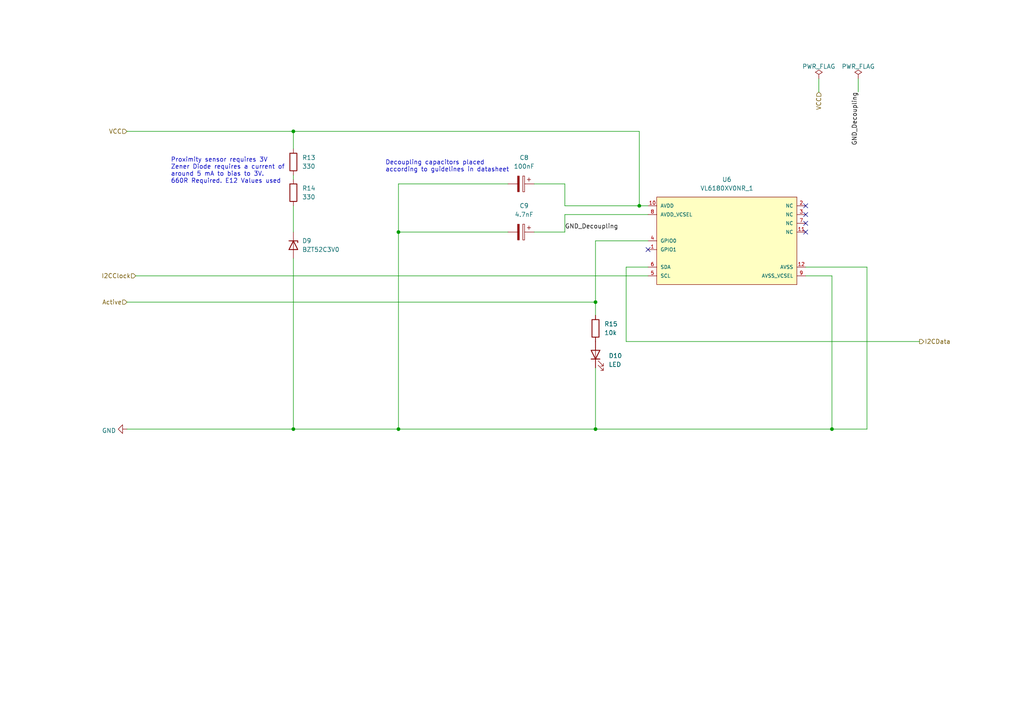
<source format=kicad_sch>
(kicad_sch (version 20211123) (generator eeschema)
  (paper "A4")
  (title_block (title "Proximity Sensor") (date "2022-03-09") (rev "v1.0") (company "University of Cape Town") (comment 4 "Author: Kelvin Yankey"))
  (lib_symbols
    (symbol "Device:C_Polarized" (pin_numbers hide) (pin_names (offset 0.254))
      (property "Reference" "C" (at 0.635 2.54 0))
      (property "Value" "C_Polarized" (at 0.635 -2.54 0))
      (symbol "C_Polarized_0_1"
        (rectangle (start -2.286 0.508) (end 2.286 1.016))
        (polyline (pts (xy -1.778 2.286) (xy -0.762 2.286)))
        (polyline (pts (xy -1.27 2.794) (xy -1.27 1.778)))
        (rectangle (start 2.286 -0.508) (end -2.286 -1.016) (fill (type outline)))
      )
      (symbol "C_Polarized_1_1"
        (pin passive line (at 0 3.81 270) (length 2.794) (name "~") (number "1"))
        (pin passive line (at 0 -3.81 90) (length 2.794) (name "~") (number "2"))
      )
    )
    (symbol "Device:LED" (pin_numbers hide) (pin_names (offset 1.016) hide)
      (property "Reference" "D" (at 0 2.54 0))
      (property "Value" "LED" (at 0 -2.54 0))
      (symbol "LED_0_1"
        (polyline (pts (xy -1.27 -1.27) (xy -1.27 1.27)) (stroke (width 0.254)))
        (polyline (pts (xy -1.27 0) (xy 1.27 0)))
        (polyline (pts (xy 1.27 -1.27) (xy 1.27 1.27) (xy -1.27 0) (xy 1.27 -1.27)) (stroke (width 0.254)))
        (polyline (pts (xy -3.048 -0.762) (xy -4.572 -2.286) (xy -3.81 -2.286) (xy -4.572 -2.286) (xy -4.572 -1.524)))
        (polyline (pts (xy -1.778 -0.762) (xy -3.302 -2.286) (xy -2.54 -2.286) (xy -3.302 -2.286) (xy -3.302 -1.524)))
      )
      (symbol "LED_1_1"
        (pin passive line (at -3.81 0 0) (length 2.54) (name "K") (number "1"))
        (pin passive line (at 3.81 0 180) (length 2.54) (name "A") (number "2"))
      )
    )
    (symbol "Device:R" (pin_numbers hide) (pin_names (offset 0))
      (property "Reference" "R" (at 2.032 0 90))
      (property "Value" "R" (at 0 0 90))
      (symbol "R_0_1"
        (rectangle (start -1.016 -2.54) (end 1.016 2.54) (stroke (width 0.254)))
      )
      (symbol "R_1_1"
        (pin passive line (at 0 3.81 270) (length 1.27) (name "~") (number "1"))
        (pin passive line (at 0 -3.81 90) (length 1.27) (name "~") (number "2"))
      )
    )
    (symbol "Diode:BZT52Bxx" (pin_numbers hide) (pin_names (offset 1.016) hide)
      (property "Reference" "D" (at 0 2.54 0))
      (property "Value" "BZT52Bxx" (at 0 -2.54 0))
      (symbol "BZT52Bxx_0_1"
        (polyline (pts (xy 1.27 0) (xy -1.27 0)))
        (polyline (pts (xy -1.27 -1.27) (xy -1.27 1.27) (xy -0.762 1.27)) (stroke (width 0.254)))
        (polyline (pts (xy 1.27 -1.27) (xy 1.27 1.27) (xy -1.27 0) (xy 1.27 -1.27)) (stroke (width 0.254)))
      )
      (symbol "BZT52Bxx_1_1"
        (pin passive line (at -3.81 0 0) (length 2.54) (name "K") (number "1"))
        (pin passive line (at 3.81 0 180) (length 2.54) (name "A") (number "2"))
      )
    )
    (symbol "Symbol_EEE3088F:VL6180XV0NR_1" (pin_names (offset 1.016))
      (property "Reference" "U" (at 0 5.08 0))
      (property "Value" "VL6180XV0NR_1" (at 0 7.62 0))
      (symbol "VL6180XV0NR_1_1_1"
        (rectangle (start 5.08 2.54) (end 45.72 -22.86) (fill (type background)))
        (pin bidirectional line (at 2.54 -12.7 0) (length 2.54) (name "GPIO1") (number "1"))
        (pin power_in line (at 2.54 0 0) (length 2.54) (name "AVDD") (number "10"))
        (pin passive line (at 48.26 -7.62 180) (length 2.54) (name "NC") (number "11"))
        (pin power_in line (at 48.26 -17.78 180) (length 2.54) (name "AVSS") (number "12"))
        (pin passive line (at 48.26 0 180) (length 2.54) (name "NC") (number "2"))
        (pin passive line (at 48.26 -2.54 180) (length 2.54) (name "NC") (number "3"))
        (pin bidirectional line (at 2.54 -10.16 0) (length 2.54) (name "GPIO0") (number "4"))
        (pin input line (at 2.54 -20.32 0) (length 2.54) (name "SCL") (number "5"))
        (pin bidirectional line (at 2.54 -17.78 0) (length 2.54) (name "SDA") (number "6"))
        (pin passive line (at 48.26 -5.08 180) (length 2.54) (name "NC") (number "7"))
        (pin power_in line (at 2.54 -2.54 0) (length 2.54) (name "AVDD_VCSEL") (number "8"))
        (pin power_in line (at 48.26 -20.32 180) (length 2.54) (name "AVSS_VCSEL") (number "9"))
      )
    )
    (symbol "power:GND" (power) (pin_names (offset 0))
      (property "Value" "GND" (at 0 -3.81 0))
      (symbol "GND_0_1"
        (polyline (pts (xy 0 0) (xy 0 -1.27) (xy 1.27 -1.27) (xy 0 -2.54) (xy -1.27 -1.27) (xy 0 -1.27)))
      )
      (symbol "GND_1_1"
        (pin power_in line (at 0 0 270) (length 0) hide (name "GND") (number "1"))
      )
    )
    (symbol "power:PWR_FLAG" (power) (pin_numbers hide) (pin_names (offset 0) hide)
      (property "Value" "PWR_FLAG" (at 0 3.81 0))
      (symbol "PWR_FLAG_0_0"
        (pin power_out line (at 0 0 90) (length 0) (name "pwr") (number "1"))
      )
      (symbol "PWR_FLAG_0_1"
        (polyline (pts (xy 0 0) (xy 0 1.27) (xy -1.016 1.905) (xy 0 2.54) (xy 1.016 1.905) (xy 0 1.27)))
      )
    )
  )
  (junction (at 172.72 87.63))
  (junction (at 85.09 38.1))
  (junction (at 241.3 124.46))
  (junction (at 115.57 67.31))
  (junction (at 115.57 124.46))
  (junction (at 172.72 124.46))
  (junction (at 85.09 124.46))
  (junction (at 185.42 59.69))
  (no_connect (at 233.68 62.23))
  (no_connect (at 233.68 59.69))
  (no_connect (at 233.68 64.77))
  (no_connect (at 233.68 67.31))
  (no_connect (at 187.96 72.39))
  (wire (pts (xy 115.57 67.31) (xy 147.32 67.31)))
  (wire (pts (xy 181.61 99.06) (xy 266.7 99.06)))
  (wire (pts (xy 187.96 69.85) (xy 172.72 69.85)))
  (wire (pts (xy 39.37 80.01) (xy 187.96 80.01)))
  (wire (pts (xy 115.57 124.46) (xy 172.72 124.46)))
  (wire (pts (xy 85.09 38.1) (xy 85.09 43.18)))
  (wire (pts (xy 181.61 77.47) (xy 181.61 99.06)))
  (wire (pts (xy 163.83 62.23) (xy 163.83 67.31)))
  (wire (pts (xy 154.94 67.31) (xy 163.83 67.31)))
  (wire (pts (xy 172.72 124.46) (xy 241.3 124.46)))
  (wire (pts (xy 185.42 59.69) (xy 163.83 59.69)))
  (wire (pts (xy 248.92 22.86) (xy 248.92 26.67)))
  (wire (pts (xy 154.94 53.34) (xy 163.83 53.34)))
  (wire (pts (xy 85.09 38.1) (xy 185.42 38.1)))
  (wire (pts (xy 172.72 106.68) (xy 172.72 124.46)))
  (wire (pts (xy 241.3 124.46) (xy 251.46 124.46)))
  (wire (pts (xy 185.42 38.1) (xy 185.42 59.69)))
  (wire (pts (xy 85.09 124.46) (xy 115.57 124.46)))
  (wire (pts (xy 251.46 124.46) (xy 251.46 77.47)))
  (wire (pts (xy 163.83 59.69) (xy 163.83 53.34)))
  (wire (pts (xy 241.3 80.01) (xy 233.68 80.01)))
  (wire (pts (xy 241.3 124.46) (xy 241.3 80.01)))
  (wire (pts (xy 172.72 87.63) (xy 172.72 91.44)))
  (wire (pts (xy 36.83 124.46) (xy 85.09 124.46)))
  (wire (pts (xy 85.09 50.8) (xy 85.09 52.07)))
  (wire (pts (xy 85.09 59.69) (xy 85.09 67.31)))
  (wire (pts (xy 251.46 77.47) (xy 233.68 77.47)))
  (wire (pts (xy 187.96 62.23) (xy 163.83 62.23)))
  (wire (pts (xy 185.42 59.69) (xy 187.96 59.69)))
  (wire (pts (xy 237.49 22.86) (xy 237.49 26.67)))
  (wire (pts (xy 115.57 53.34) (xy 115.57 67.31)))
  (wire (pts (xy 115.57 67.31) (xy 115.57 124.46)))
  (wire (pts (xy 172.72 87.63) (xy 36.83 87.63)))
  (wire (pts (xy 85.09 74.93) (xy 85.09 124.46)))
  (wire (pts (xy 172.72 69.85) (xy 172.72 87.63)))
  (wire (pts (xy 36.83 38.1) (xy 85.09 38.1)))
  (wire (pts (xy 187.96 77.47) (xy 181.61 77.47)))
  (wire (pts (xy 115.57 53.34) (xy 147.32 53.34)))
  (text "Decoupling capacitors placed \naccording to guidelines in datasheet\n\n" (at 111.76 52.07 0) (effects (font (size 1.27 1.27)) (justify left bottom)))
  (text "Proximity sensor requires 3V\nZener Diode requires a current of\naround 5 mA to bias to 3V. \n660R Required. E12 Values used\n" (at 49.53 53.34 0) (effects (font (size 1.27 1.27)) (justify left bottom)))
  (label "GND_Decoupling" (at 163.83 66.675 0))
  (label "GND_Decoupling" (at 248.92 26.67 270))
  (hierarchical_label "Active" (shape input) (at 36.83 87.63 180))
  (hierarchical_label "VCC" (shape input) (at 36.83 38.1 180))
  (hierarchical_label "VCC" (shape input) (at 237.49 26.67 270))
  (hierarchical_label "I2CClock" (shape input) (at 39.37 80.01 180))
  (hierarchical_label "I2CData" (shape output) (at 266.7 99.06 0))
  (symbol (lib_id "Device:R") (at 85.09 46.99 0) (unit 1)
    (property "Reference" "R13" (at 87.63 45.7199 0) (effects (justify left)))
    (property "Value" "330" (at 87.63 48.2599 0) (effects (justify left)))
    (property "Footprint" "Resistor_SMD:R_0402_1005Metric" (effects hide))
    (property "Datasheet" "https://datasheet.lcsc.com/lcsc/2110252230_UNI-ROYAL-Uniroyal-Elec-0402WGF3300TCE_C25104.pdf" (effects hide))
    (property "JLCPart" " C25104" (effects hide))
  )
  (symbol (lib_id "Device:C_Polarized") (at 151.13 53.34 270) (unit 1)
    (property "Reference" "C8" (at 152.019 45.72 90))
    (property "Value" "100nF" (at 152.019 48.26 90))
    (property "Footprint" "Capacitor_SMD:C_0402_1005Metric" (effects hide))
    (property "Datasheet" "https://datasheet.lcsc.com/lcsc/1810191222_Samsung-Electro-Mechanics-CL05B104KB54PNC_C307331.pdf" (effects hide))
    (property "JLCPart" " C307331" (effects hide))
  )
  (symbol (lib_id "power:PWR_FLAG") (at 237.49 22.86 0) (unit 1)
    (property "Reference" "#FLG04" (effects hide))
    (property "Value" "PWR_FLAG" (at 237.49 19.2842 0))
  )
  (symbol (lib_id "power:GND") (at 36.83 124.46 270) (unit 1)
    (property "Reference" "#PWR035" (effects hide))
    (property "Value" "GND" (at 33.6551 124.8938 90) (effects (justify right)))
  )
  (symbol (lib_id "Device:R") (at 172.72 95.25 0) (unit 1)
    (property "Reference" "R15" (at 175.26 93.9799 0) (effects (justify left)))
    (property "Value" "10k" (at 175.26 96.5199 0) (effects (justify left)))
    (property "Footprint" "Resistor_SMD:R_0402_1005Metric" (effects hide))
    (property "Datasheet" "https://datasheet.lcsc.com/lcsc/2110260030_UNI-ROYAL-Uniroyal-Elec-0402WGF1002TCE_C25744.pdf" (effects hide))
    (property "JLCPart" " C25744 " (effects hide))
    (property "Description" "±1% 1/16W Thick Film Resistors 50V ±100ppm/℃ -55℃~+155℃ 10kΩ 0402 Chip Resistor - Surface Mount ROHS" (effects hide))
  )
  (symbol (lib_id "Device:R") (at 85.09 55.88 0) (unit 1)
    (property "Reference" "R14" (at 87.63 54.6099 0) (effects (justify left)))
    (property "Value" "330" (at 87.63 57.1499 0) (effects (justify left)))
    (property "Footprint" "Resistor_SMD:R_0402_1005Metric" (effects hide))
    (property "Datasheet" "https://datasheet.lcsc.com/lcsc/2110252230_UNI-ROYAL-Uniroyal-Elec-0402WGF3300TCE_C25104.pdf" (effects hide))
    (property "JLCPart" " C25104" (effects hide))
  )
  (symbol (lib_id "Device:C_Polarized") (at 151.13 67.31 270) (unit 1)
    (property "Reference" "C9" (at 152.019 59.69 90))
    (property "Value" "4.7nF" (at 152.019 62.23 90))
    (property "Footprint" "Capacitor_SMD:C_0402_1005Metric" (effects hide))
    (property "Datasheet" "https://datasheet.lcsc.com/lcsc/1811031110_FH-Guangdong-Fenghua-Advanced-Tech-0402B472K500NT_C1538.pdf" (effects hide))
    (property "JLCPart" " C1538" (effects hide))
  )
  (symbol (lib_id "Diode:BZT52Bxx") (at 85.09 71.12 270) (unit 1)
    (property "Reference" "D9" (at 87.63 69.8499 90) (effects (justify left)))
    (property "Value" "BZT52C3V0" (at 87.63 72.3899 90) (effects (justify left)))
    (property "Footprint" "Diode_SMD:D_SOD-123" (effects hide))
    (property "Datasheet" "https://diotec.com/tl_files/diotec/files/pdf/datasheets/bzt52b2v4.pdf" (effects hide))
    (property "JLCPartNumber" " C266562" (effects hide))
  )
  (symbol (lib_id "Device:LED") (at 172.72 102.87 90) (unit 1)
    (property "Reference" "D10" (at 176.53 103.1874 90) (effects (justify right)))
    (property "Value" "LED" (at 176.53 105.7274 90) (effects (justify right)))
    (property "Footprint" "LED_SMD:LED_0603_1608Metric" (effects hide))
    (property "JLCPart" "C2286" (effects hide))
  )
  (symbol (lib_id "power:PWR_FLAG") (at 248.92 22.86 0) (unit 1)
    (property "Reference" "#FLG05" (effects hide))
    (property "Value" "PWR_FLAG" (at 248.92 19.2842 0))
  )
  (symbol (lib_id "Symbol_EEE3088F:VL6180XV0NR_1") (at 185.42 59.69 0) (unit 1)
    (property "Reference" "U6" (at 210.82 52.07 0))
    (property "Value" "VL6180XV0NR_1" (at 210.82 54.61 0))
    (property "Footprint" "Footprint_EEE3088F:LGA-12_L4.8-W2.8-P0.75-BL" (effects hide))
    (property "Datasheet" "https://www.st.com/resource/en/datasheet/vl6180x.pdf" (effects hide))
    (property "automotive" "No" (effects hide))
    (property "category" "IC" (effects hide))
    (property "device class L1" "Sensors" (effects hide))
    (property "device class L2" "Proximity Sensors" (effects hide))
    (property "device class L3" "unset" (effects hide))
    (property "digikey description" "SENSOR OPT AMBIENT 12SMD" (effects hide))
    (property "digikey part number" "497-14702-1-ND" (effects hide))
    (property "frequency" "400kHz" (effects hide))
    (property "height" "1.1mm" (effects hide))
    (property "lead free" "Yes" (effects hide))
    (property "library id" "974cf57bfc173836" (effects hide))
    (property "manufacturer" "STMicroelectronics" (effects hide))
    (property "max supply voltage" "3V" (effects hide))
    (property "min supply voltage" "2.6V" (effects hide))
    (property "mouser part number" "511-VL6180XV0NR/1" (effects hide))
    (property "operating supply current" "1.7mA" (effects hide))
    (property "package" "LGA12" (effects hide))
    (property "rohs" "Yes" (effects hide))
    (property "sensing distance" "0-100mm" (effects hide))
    (property "sensing method" "Optical" (effects hide))
    (property "sensor output" "I2C" (effects hide))
    (property "temperature range high" "+70°C" (effects hide))
    (property "temperature range low" "-20°C" (effects hide))
    (property "JLCPart" " C2655167" (effects hide))
  )
)
</source>
